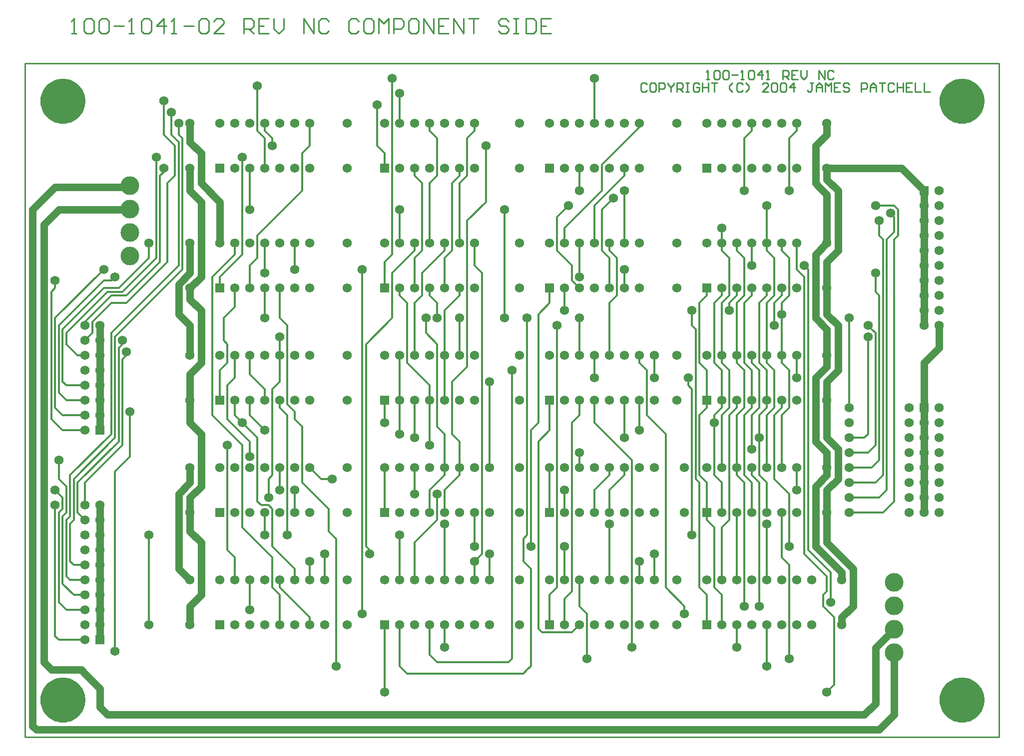
<source format=gtl>
*%FSLAX23Y23*%
*%MOIN*%
G01*
%ADD11C,0.007*%
%ADD12C,0.008*%
%ADD13C,0.010*%
%ADD14C,0.012*%
%ADD15C,0.020*%
%ADD16C,0.036*%
%ADD17C,0.050*%
%ADD18C,0.056*%
%ADD19C,0.062*%
%ADD20C,0.068*%
%ADD21C,0.070*%
%ADD22C,0.090*%
%ADD23C,0.125*%
%ADD24C,0.131*%
%ADD25C,0.140*%
%ADD26C,0.160*%
%ADD27C,0.250*%
%ADD28R,0.062X0.062*%
%ADD29R,0.068X0.068*%
D13*
X6934Y10211D02*
X6967D01*
X6951D01*
Y10311D01*
X6952D01*
X6951D02*
X6934Y10294D01*
X7017D02*
X7034Y10311D01*
X7067D01*
X7084Y10294D01*
Y10228D01*
X7067Y10211D01*
X7034D01*
X7017Y10228D01*
Y10294D01*
X7117D02*
X7134Y10311D01*
X7167D01*
X7184Y10294D01*
Y10228D01*
X7167Y10211D01*
X7134D01*
X7117Y10228D01*
Y10294D01*
X7217Y10261D02*
X7284D01*
X7317Y10211D02*
X7351D01*
X7334D01*
Y10311D01*
X7335D01*
X7334D02*
X7317Y10294D01*
X7401D02*
X7417Y10311D01*
X7450D01*
X7467Y10294D01*
Y10228D01*
X7450Y10211D01*
X7417D01*
X7401Y10228D01*
Y10294D01*
X7550Y10311D02*
Y10211D01*
X7500Y10261D02*
X7550Y10311D01*
X7567Y10261D02*
X7500D01*
X7600Y10211D02*
X7634D01*
X7617D01*
Y10311D01*
X7618D01*
X7617D02*
X7600Y10294D01*
X7684Y10261D02*
X7750D01*
X7784Y10294D02*
X7800Y10311D01*
X7834D01*
X7850Y10294D01*
Y10228D01*
X7834Y10211D01*
X7800D01*
X7784Y10228D01*
Y10294D01*
X7884Y10211D02*
X7950D01*
X7884D02*
X7950Y10278D01*
Y10294D01*
X7934Y10311D01*
X7900D01*
X7884Y10294D01*
X8084Y10311D02*
Y10211D01*
Y10311D02*
X8134D01*
X8150Y10294D01*
Y10261D01*
X8134Y10244D01*
X8084D01*
X8117D02*
X8150Y10211D01*
X8184Y10311D02*
X8250D01*
X8184D02*
Y10211D01*
X8250D01*
X8217Y10261D02*
X8184D01*
X8284Y10244D02*
Y10311D01*
Y10244D02*
X8317Y10211D01*
X8350Y10244D01*
Y10311D01*
X8483D02*
Y10211D01*
X8550D02*
X8483Y10311D01*
X8550D02*
Y10211D01*
X8650Y10294D02*
X8633Y10311D01*
X8600D01*
X8583Y10294D01*
Y10228D01*
X8600Y10211D01*
X8633D01*
X8650Y10228D01*
X8833Y10311D02*
X8850Y10294D01*
X8833Y10311D02*
X8800D01*
X8783Y10294D01*
Y10228D01*
X8800Y10211D01*
X8833D01*
X8850Y10228D01*
X8900Y10311D02*
X8933D01*
X8900D02*
X8883Y10294D01*
Y10228D01*
X8900Y10211D01*
X8933D01*
X8950Y10228D01*
Y10294D01*
X8933Y10311D01*
X8983D02*
Y10211D01*
X9017Y10278D02*
X8983Y10311D01*
X9017Y10278D02*
X9050Y10311D01*
Y10211D01*
X9083D02*
Y10311D01*
X9133D01*
X9150Y10294D01*
Y10261D01*
X9133Y10244D01*
X9083D01*
X9200Y10311D02*
X9233D01*
X9200D02*
X9183Y10294D01*
Y10228D01*
X9200Y10211D01*
X9233D01*
X9250Y10228D01*
Y10294D01*
X9233Y10311D01*
X9283D02*
Y10211D01*
X9350D02*
X9283Y10311D01*
X9350D02*
Y10211D01*
X9383Y10311D02*
X9450D01*
X9383D02*
Y10211D01*
X9450D01*
X9417Y10261D02*
X9383D01*
X9483Y10211D02*
Y10311D01*
X9550Y10211D01*
Y10311D01*
X9583D02*
X9650D01*
X9616D01*
Y10211D01*
X9833Y10311D02*
X9850Y10294D01*
X9833Y10311D02*
X9800D01*
X9783Y10294D01*
Y10278D01*
X9800Y10261D01*
X9833D01*
X9850Y10244D01*
Y10228D01*
X9833Y10211D01*
X9800D01*
X9783Y10228D01*
X9883Y10311D02*
X9916D01*
X9900D01*
Y10211D01*
X9883D01*
X9916D01*
X9966D02*
Y10311D01*
Y10211D02*
X10016D01*
X10033Y10228D01*
Y10294D01*
X10016Y10311D01*
X9966D01*
X10066D02*
X10133D01*
X10066D02*
Y10211D01*
X10133D01*
X10100Y10261D02*
X10066D01*
X10764Y9881D02*
X10774Y9871D01*
X10764Y9881D02*
X10744D01*
X10734Y9871D01*
Y9831D01*
X10744Y9821D01*
X10764D01*
X10774Y9831D01*
X10804Y9881D02*
X10824D01*
X10804D02*
X10794Y9871D01*
Y9831D01*
X10804Y9821D01*
X10824D01*
X10834Y9831D01*
Y9871D01*
X10824Y9881D01*
X10854D02*
Y9821D01*
Y9881D02*
X10884D01*
X10894Y9871D01*
Y9851D01*
X10884Y9841D01*
X10854D01*
X10914Y9871D02*
Y9881D01*
Y9871D02*
X10934Y9851D01*
X10954Y9871D01*
Y9881D01*
X10934Y9851D02*
Y9821D01*
X10974D02*
Y9881D01*
X11004D01*
X11014Y9871D01*
Y9851D01*
X11004Y9841D01*
X10974D01*
X10994D02*
X11014Y9821D01*
X11034Y9881D02*
X11054D01*
X11044D01*
Y9821D01*
X11034D01*
X11054D01*
X11114Y9881D02*
X11124Y9871D01*
X11114Y9881D02*
X11094D01*
X11084Y9871D01*
Y9831D01*
X11094Y9821D01*
X11114D01*
X11124Y9831D01*
Y9851D01*
X11104D01*
X11144Y9881D02*
Y9821D01*
Y9851D01*
X11184D01*
Y9881D01*
Y9821D01*
X11204Y9881D02*
X11244D01*
X11224D01*
Y9821D01*
X11324Y9841D02*
X11344Y9821D01*
X11324Y9841D02*
Y9861D01*
X11344Y9881D01*
X11404D02*
X11414Y9871D01*
X11404Y9881D02*
X11384D01*
X11374Y9871D01*
Y9831D01*
X11384Y9821D01*
X11404D01*
X11414Y9831D01*
X11434Y9821D02*
X11454Y9841D01*
Y9861D01*
X11434Y9881D01*
X11544Y9821D02*
X11584D01*
X11544D02*
X11584Y9861D01*
Y9871D01*
X11574Y9881D01*
X11554D01*
X11544Y9871D01*
X11604D02*
X11614Y9881D01*
X11634D01*
X11644Y9871D01*
Y9831D01*
X11634Y9821D01*
X11614D01*
X11604Y9831D01*
Y9871D01*
X11664D02*
X11674Y9881D01*
X11694D01*
X11704Y9871D01*
Y9831D01*
X11694Y9821D01*
X11674D01*
X11664Y9831D01*
Y9871D01*
X11754Y9881D02*
Y9821D01*
X11724Y9851D02*
X11754Y9881D01*
X11764Y9851D02*
X11724D01*
X11864Y9881D02*
X11884D01*
X11874D02*
X11864D01*
X11874D02*
Y9831D01*
X11864Y9821D01*
X11854D01*
X11844Y9831D01*
X11904Y9821D02*
Y9861D01*
X11924Y9881D01*
X11944Y9861D01*
Y9821D01*
Y9851D01*
X11904D01*
X11964Y9821D02*
Y9881D01*
X11984Y9861D01*
X12004Y9881D01*
Y9821D01*
X12024Y9881D02*
X12064D01*
X12024D02*
Y9821D01*
X12064D01*
X12044Y9851D02*
X12024D01*
X12114Y9881D02*
X12124Y9871D01*
X12114Y9881D02*
X12094D01*
X12084Y9871D01*
Y9861D01*
X12094Y9851D01*
X12114D01*
X12124Y9841D01*
Y9831D01*
X12114Y9821D01*
X12094D01*
X12084Y9831D01*
X12204Y9821D02*
Y9881D01*
X12234D01*
X12244Y9871D01*
Y9851D01*
X12234Y9841D01*
X12204D01*
X12264Y9821D02*
Y9861D01*
X12283Y9881D01*
X12303Y9861D01*
Y9821D01*
Y9851D01*
X12264D01*
X12323Y9881D02*
X12363D01*
X12343D01*
Y9821D01*
X12413Y9881D02*
X12423Y9871D01*
X12413Y9881D02*
X12393D01*
X12383Y9871D01*
Y9831D01*
X12393Y9821D01*
X12413D01*
X12423Y9831D01*
X12443Y9821D02*
Y9881D01*
Y9851D02*
Y9821D01*
Y9851D02*
X12483D01*
Y9881D01*
Y9821D01*
X12503Y9881D02*
X12543D01*
X12503D02*
Y9821D01*
X12543D01*
X12523Y9851D02*
X12503D01*
X12563Y9881D02*
Y9821D01*
X12603D01*
X12623D02*
Y9881D01*
Y9821D02*
X12663D01*
X11189Y9906D02*
X11169D01*
X11179D02*
X11189D01*
X11179D02*
Y9966D01*
X11180D01*
X11179D02*
X11169Y9956D01*
X11219D02*
X11229Y9966D01*
X11249D01*
X11259Y9956D01*
Y9916D01*
X11249Y9906D01*
X11229D01*
X11219Y9916D01*
Y9956D01*
X11279D02*
X11289Y9966D01*
X11309D01*
X11319Y9956D01*
Y9916D01*
X11309Y9906D01*
X11289D01*
X11279Y9916D01*
Y9956D01*
X11339Y9936D02*
X11379D01*
X11399Y9906D02*
X11419D01*
X11409D01*
Y9966D01*
X11410D01*
X11409D02*
X11399Y9956D01*
X11449D02*
X11459Y9966D01*
X11479D01*
X11489Y9956D01*
Y9916D01*
X11479Y9906D01*
X11459D01*
X11449Y9916D01*
Y9956D01*
X11539Y9966D02*
Y9906D01*
X11509Y9936D02*
X11539Y9966D01*
X11549Y9936D02*
X11509D01*
X11569Y9906D02*
X11589D01*
X11579D01*
Y9966D01*
X11580D01*
X11579D02*
X11569Y9956D01*
X11679Y9966D02*
Y9906D01*
Y9966D02*
X11709D01*
X11719Y9956D01*
Y9936D01*
X11709Y9926D01*
X11679D01*
X11699D02*
X11719Y9906D01*
X11739Y9966D02*
X11779D01*
X11739D02*
Y9906D01*
X11779D01*
X11759Y9936D02*
X11739D01*
X11799Y9926D02*
Y9966D01*
Y9926D02*
X11819Y9906D01*
X11839Y9926D01*
Y9966D01*
X11919D02*
Y9906D01*
X11959D02*
X11919Y9966D01*
X11959D02*
Y9906D01*
X12019Y9956D02*
X12009Y9966D01*
X11989D01*
X11979Y9956D01*
Y9916D01*
X11989Y9906D01*
X12009D01*
X12019Y9916D01*
X6624Y10011D02*
Y5511D01*
X13124D02*
Y10011D01*
X6624D01*
Y5511D02*
X13124D01*
D14*
X8524Y6311D02*
X8324Y6511D01*
X8124Y7486D02*
X7974Y7636D01*
X7874Y7661D02*
X8074Y7461D01*
X8474Y7211D02*
X8649Y7036D01*
X11824Y6736D02*
X11974Y6586D01*
X10674Y7361D02*
X10424Y7611D01*
X8174Y7511D02*
X8024Y7661D01*
X8274Y6786D02*
X8424Y6636D01*
X8274Y6711D02*
X8074Y6911D01*
X10774Y7661D02*
X10899Y7536D01*
Y6511D02*
X11024Y6386D01*
X11849Y6761D02*
X11999Y6611D01*
X9324Y7861D02*
X9174Y8011D01*
X7149Y8636D02*
X6824Y8311D01*
X8174Y8861D02*
X8474Y9161D01*
X9574Y8961D02*
X9699Y9086D01*
X9374Y6961D02*
X9224Y6811D01*
X8899Y8136D02*
X9074Y8311D01*
Y8611D02*
X9224Y8761D01*
X8074Y8736D02*
X7924Y8586D01*
X7874D02*
X8024Y8736D01*
X7574Y8686D02*
X7299Y8411D01*
X7199D02*
X7074Y8286D01*
X7299Y8461D02*
X7524Y8686D01*
X7199Y8461D02*
X7024Y8286D01*
X7274Y8486D02*
X7499Y8711D01*
X7174Y8486D02*
X6899Y8211D01*
X7249Y8511D02*
X7449Y8711D01*
X7149Y8511D02*
X6874Y8236D01*
X6849Y8261D02*
X7149Y8561D01*
X7199Y8211D02*
X7649Y8661D01*
X7674Y8636D02*
X7224Y8186D01*
X7274Y7461D02*
X7024Y7211D01*
X6974D02*
X7249Y7486D01*
X7224Y7511D02*
X6949Y7236D01*
X6924Y7261D02*
X7199Y7536D01*
X9274Y8611D02*
X9424Y8761D01*
X10474Y9336D02*
X10724Y9586D01*
X10474Y9161D02*
X10224Y8911D01*
X10424Y9061D02*
X10624Y9261D01*
X6824Y8311D02*
Y7711D01*
X6899Y8136D02*
Y8211D01*
X6874Y8236D02*
Y7886D01*
X6849Y7811D02*
Y8261D01*
X6824Y8511D02*
Y8561D01*
X6799Y8486D02*
Y7636D01*
X6974Y7211D02*
Y7011D01*
X6949Y6961D02*
Y7236D01*
X6924Y7261D02*
Y6986D01*
X6899Y7011D02*
Y7186D01*
X6849Y7236D02*
Y7361D01*
X6874Y7111D02*
Y7036D01*
X6924Y6936D02*
Y6686D01*
X6899Y6586D02*
Y6961D01*
X6874Y6986D02*
Y6536D01*
X6849Y6411D02*
Y7011D01*
X6824Y7061D02*
Y6186D01*
X6974Y8061D02*
X6899Y8136D01*
X6874Y7886D02*
X6899Y7861D01*
X6849Y7811D02*
X6899Y7761D01*
X6824Y7711D02*
X6874Y7661D01*
X6799Y7636D02*
X6874Y7561D01*
X6974Y7011D02*
X7024Y6961D01*
X6899Y7186D02*
X6849Y7236D01*
X6824Y7161D02*
X6874Y7111D01*
X6924Y6686D02*
X6949Y6661D01*
X6899Y6586D02*
X6924Y6561D01*
X6874Y6536D02*
X6949Y6461D01*
X6849Y6411D02*
X6899Y6361D01*
X6824Y6186D02*
X6849Y6161D01*
X6799Y8486D02*
X6824Y8511D01*
X6949Y6961D02*
X6924Y6936D01*
X6899Y6961D02*
X6924Y6986D01*
X6899Y7011D02*
X6874Y6986D01*
X6849Y7011D02*
X6874Y7036D01*
X9374Y6011D02*
X9849D01*
X9949Y5936D02*
X9174D01*
X7074Y8211D02*
Y8286D01*
X7024D02*
Y8261D01*
Y7211D02*
Y7061D01*
Y8161D02*
X7074Y8211D01*
X10074Y6211D02*
X10274D01*
X7024Y6161D02*
X6849D01*
X7324Y7386D02*
Y7686D01*
X7224Y7286D02*
Y6086D01*
X7199Y7536D02*
Y8211D01*
X7224Y8186D02*
Y7511D01*
X7299Y8061D02*
Y8086D01*
X7274Y8036D02*
Y7461D01*
Y8136D02*
Y8161D01*
X7249Y8111D02*
Y7486D01*
X7324Y7386D02*
X7224Y7286D01*
X7199Y8561D02*
X7224Y8586D01*
X7299Y8061D02*
X7274Y8036D01*
X7249Y8111D02*
X7274Y8136D01*
X7024Y6461D02*
X6949D01*
X6899Y6361D02*
X7024D01*
X7549Y9536D02*
Y9761D01*
Y9311D02*
Y9286D01*
X7524Y9261D02*
Y8686D01*
X7499Y8711D02*
Y9386D01*
X7449Y8811D02*
Y8711D01*
Y6861D02*
Y6261D01*
X7574Y8686D02*
Y9211D01*
X7624Y9461D02*
X7549Y9536D01*
Y9286D02*
X7524Y9261D01*
X7574Y9211D02*
X7624Y9261D01*
X7024Y6661D02*
X6949D01*
X6924Y6561D02*
X7024D01*
X7624Y9261D02*
Y9461D01*
X7599Y9536D02*
Y9686D01*
X7649Y9486D02*
Y8661D01*
X7674Y8636D02*
Y9511D01*
X7649Y9536D02*
Y9611D01*
X7599Y9536D02*
X7649Y9486D01*
X7674Y9511D02*
X7649Y9536D01*
X7874Y8586D02*
Y7661D01*
X7924Y7761D02*
Y7961D01*
X7949Y8161D02*
Y8311D01*
X7924Y8511D02*
Y8586D01*
X7949Y8161D02*
X7974Y8136D01*
Y8011D02*
X7924Y7961D01*
X7949Y8311D02*
X8024Y8386D01*
X12124Y7011D02*
X12349D01*
X8124Y7936D02*
Y8061D01*
X7974Y7861D02*
Y7636D01*
X8124Y7486D02*
Y7386D01*
X8074Y7461D02*
Y6911D01*
X8024Y7911D02*
Y8061D01*
X7974Y7461D02*
Y6761D01*
X8074Y9136D02*
Y9386D01*
X8124Y8661D02*
Y8511D01*
X8024Y6711D02*
Y6561D01*
X8124Y9036D02*
Y9311D01*
Y7761D02*
Y7661D01*
X8024Y8386D02*
Y8511D01*
X7974Y8136D02*
Y8011D01*
X8074Y8736D02*
Y9136D01*
X8024Y8811D02*
Y8736D01*
X8124Y6561D02*
Y6361D01*
X8024Y7661D02*
Y7761D01*
X8124Y7936D02*
X8224Y7836D01*
X7974Y6761D02*
X8024Y6711D01*
X8224Y7561D02*
X8124Y7661D01*
X8074Y7611D02*
X8024Y7661D01*
X7974Y7861D02*
X8024Y7911D01*
X8124Y8661D02*
X8174Y8711D01*
X8199Y7061D02*
X8249D01*
X8599Y7236D02*
X8674D01*
X12124Y7111D02*
X12324D01*
X12299Y7211D02*
X12124D01*
X8324Y6561D02*
Y6511D01*
X8224Y7761D02*
Y7836D01*
X8174Y8711D02*
Y8861D01*
Y7136D02*
Y7086D01*
X8249Y7111D02*
Y7236D01*
X8174Y7136D02*
Y7511D01*
X8274Y7036D02*
Y6786D01*
X8324Y7886D02*
Y8061D01*
Y8186D01*
X8274Y7836D02*
Y7261D01*
X8224Y9561D02*
Y9611D01*
X8274Y9511D02*
Y9461D01*
X8224Y8511D02*
Y8311D01*
X8324D02*
Y8511D01*
X8274Y6711D02*
Y6511D01*
X8324Y6461D02*
Y6261D01*
X8224Y8611D02*
Y8811D01*
X8324Y7761D02*
Y7711D01*
X8224Y7011D02*
Y6861D01*
X8324Y7161D02*
Y7311D01*
X8224Y9311D02*
Y9511D01*
X8174Y9561D02*
Y9861D01*
Y7086D02*
X8199Y7061D01*
X8249D02*
X8274Y7036D01*
Y9511D02*
X8224Y9561D01*
X8324Y8311D02*
X8374Y8261D01*
X8274Y6511D02*
X8324Y6461D01*
X8374Y7661D02*
X8324Y7711D01*
X8224Y9511D02*
X8174Y9561D01*
X8324Y7886D02*
X8274Y7836D01*
Y7261D02*
X8249Y7236D01*
X12124Y7411D02*
X12249D01*
X12274Y7311D02*
X12124D01*
X8524Y6311D02*
Y6261D01*
Y9461D02*
Y9611D01*
X8474Y9411D02*
Y9161D01*
X8374Y8261D02*
Y7736D01*
X8424Y7686D02*
Y7636D01*
X8474Y7586D02*
Y7211D01*
X8424Y6636D02*
Y6561D01*
X8374Y6861D02*
Y7661D01*
X8424Y7161D02*
Y7011D01*
X8524Y6686D02*
Y6561D01*
X8424Y8636D02*
Y8811D01*
X8374Y7736D02*
X8424Y7686D01*
Y7636D02*
X8474Y7586D01*
X8524Y7311D02*
X8599Y7236D01*
X8474Y9411D02*
X8524Y9461D01*
X7024Y7561D02*
X6874D01*
X12124Y7511D02*
X12224D01*
X8649Y7036D02*
Y6886D01*
X8699Y6836D02*
Y5986D01*
X8624Y6561D02*
Y6736D01*
X8699Y6836D02*
X8649Y6886D01*
X7024Y7761D02*
X6899D01*
X6874Y7661D02*
X7024D01*
X8874Y8636D02*
Y6336D01*
X8924Y6736D02*
Y6761D01*
X8899Y6786D02*
Y8136D01*
Y6786D02*
X8924Y6761D01*
X7024Y7861D02*
X6899D01*
X9024Y7311D02*
Y7011D01*
X9124Y6261D02*
Y5986D01*
Y6561D02*
Y6861D01*
X9024Y6261D02*
Y5811D01*
X9074Y8311D02*
Y8611D01*
X9124Y8811D02*
Y9036D01*
Y7761D02*
Y7536D01*
Y7761D02*
Y8061D01*
X9024Y7761D02*
Y7611D01*
Y8511D02*
Y8686D01*
X9074Y8736D02*
Y9911D01*
X9124Y8511D02*
Y8461D01*
Y9611D02*
Y9811D01*
X9024Y9411D02*
Y9311D01*
X8974Y9461D02*
Y9736D01*
X9124Y5986D02*
X9174Y5936D01*
Y8411D02*
X9124Y8461D01*
X9024Y9411D02*
X8974Y9461D01*
X9074Y8736D02*
X9024Y8686D01*
X7024Y8061D02*
X6974D01*
X9324Y6261D02*
Y6061D01*
X9299Y8211D02*
Y8311D01*
X9224Y6811D02*
Y6561D01*
Y8761D02*
Y8811D01*
X9274Y8761D02*
Y9211D01*
X9324Y7761D02*
Y7461D01*
Y7761D02*
Y7861D01*
X9224Y7761D02*
Y7511D01*
Y7311D02*
Y7136D01*
Y8061D02*
Y8411D01*
X9274Y8461D02*
Y8611D01*
X9324Y7161D02*
Y7011D01*
X9174Y8011D02*
Y8411D01*
X9324Y8461D02*
Y8511D01*
X9224Y9261D02*
Y9311D01*
Y8711D02*
Y8511D01*
X9324Y9561D02*
Y9611D01*
Y9211D02*
Y8811D01*
Y6061D02*
X9374Y6011D01*
Y8136D02*
X9299Y8211D01*
X9274Y9211D02*
X9224Y9261D01*
X9324Y8461D02*
X9374Y8411D01*
Y9511D02*
X9324Y9561D01*
X9274Y8761D02*
X9224Y8711D01*
X9274Y8461D02*
X9224Y8411D01*
X9424Y7261D02*
X9324Y7161D01*
Y9211D02*
X9374Y9261D01*
X7299Y8411D02*
X7199D01*
X9424Y6936D02*
Y6561D01*
Y6261D02*
Y6111D01*
X9524Y7311D02*
Y7486D01*
Y7311D02*
Y7261D01*
X9474Y7536D02*
Y7886D01*
X9424Y7536D02*
Y7311D01*
Y7261D01*
X9374Y7586D02*
Y8136D01*
Y7136D02*
Y6961D01*
X9524Y8461D02*
Y8511D01*
X9424Y8361D02*
Y8061D01*
Y7761D01*
Y8761D02*
Y8811D01*
Y7161D02*
Y7011D01*
X9374Y8311D02*
Y8411D01*
X9524Y9261D02*
Y9311D01*
X9424Y8711D02*
Y8511D01*
X9474Y8761D02*
Y9211D01*
X9524D02*
Y8811D01*
X9374Y9261D02*
Y9511D01*
X9524Y8311D02*
Y8061D01*
X9474Y7536D02*
X9524Y7486D01*
X9424Y7536D02*
X9374Y7586D01*
X9474Y7886D02*
X9574Y7986D01*
X9424Y8361D02*
X9524Y8461D01*
Y7261D02*
X9424Y7161D01*
Y8711D02*
X9474Y8761D01*
Y9211D02*
X9524Y9261D01*
Y9211D02*
X9574Y9261D01*
X7299Y8461D02*
X7199D01*
X7174Y8486D02*
X7274D01*
X7249Y8511D02*
X7224D01*
X7149D01*
Y8561D02*
X7199D01*
X9724Y7661D02*
Y7311D01*
Y7661D02*
Y7886D01*
X9574Y7986D02*
Y8961D01*
X9699Y9086D02*
Y9461D01*
X9624Y8811D02*
Y8661D01*
X9674Y8611D02*
Y6736D01*
X9624Y9561D02*
Y9611D01*
X9574Y9511D02*
Y9261D01*
X9724Y6736D02*
Y6561D01*
X9624D02*
Y6686D01*
Y6786D02*
Y7011D01*
X9674Y8611D02*
X9624Y8661D01*
X9674Y6736D02*
X9624Y6686D01*
X9574Y9511D02*
X9624Y9561D01*
X9824Y9036D02*
Y8311D01*
X9874Y7961D02*
Y6036D01*
X9849Y6011D01*
X9974Y6861D02*
Y8311D01*
X9949Y6836D02*
Y6686D01*
X9999Y6636D02*
Y5986D01*
Y6786D02*
Y7561D01*
X10049Y7611D02*
Y8336D01*
Y7486D02*
Y6236D01*
X10124Y7011D02*
Y7311D01*
Y8411D02*
Y8511D01*
Y6461D02*
Y6261D01*
Y7561D02*
Y7761D01*
X9949Y6686D02*
X9999Y6636D01*
X10049Y6236D02*
X10074Y6211D01*
X9949Y6836D02*
X9974Y6861D01*
X9999Y5986D02*
X9974Y5961D01*
X9949Y5936D01*
X9999Y7561D02*
X10049Y7611D01*
Y8336D02*
X10124Y8411D01*
Y7561D02*
X10049Y7486D01*
X10174Y6511D02*
X10124Y6461D01*
X12299Y9061D02*
X12424D01*
X10224Y6786D02*
Y6561D01*
X10174Y6511D02*
Y8261D01*
X10224Y6436D02*
Y6261D01*
X10274Y6486D02*
Y7611D01*
X10224Y7161D02*
Y7011D01*
Y8361D02*
Y8511D01*
X10274Y8561D02*
Y8661D01*
X10174Y8761D02*
Y8986D01*
X10224Y8911D02*
Y8811D01*
X10274Y8561D02*
X10324Y8511D01*
X10274Y8661D02*
X10174Y8761D01*
X10324Y6261D02*
X10274Y6211D01*
X10224Y6436D02*
X10274Y6486D01*
Y7611D02*
X10324Y7661D01*
X10174Y8986D02*
X10249Y9061D01*
X10424Y8061D02*
Y7911D01*
X10324Y6561D02*
Y6386D01*
X10374Y6336D02*
Y6036D01*
X10424Y7611D02*
Y7761D01*
X10324D02*
Y7661D01*
Y7411D02*
Y7311D01*
X10474Y8761D02*
Y9036D01*
X10424Y9611D02*
Y9911D01*
X10474Y9336D02*
Y9161D01*
X10324D02*
Y9311D01*
X10424Y9061D02*
Y8811D01*
X10324D02*
Y8586D01*
X10424Y7161D02*
Y7011D01*
X10324Y8061D02*
Y8311D01*
Y6386D02*
X10374Y6336D01*
X10524Y8711D02*
X10474Y8761D01*
Y9036D02*
X10549Y9111D01*
X10524Y7261D02*
X10424Y7161D01*
X10524Y6936D02*
Y6561D01*
X10674Y6111D02*
Y7361D01*
X10624Y7511D02*
Y7761D01*
X10524Y8511D02*
Y8711D01*
X10624Y8811D02*
Y9161D01*
Y9261D02*
Y9311D01*
Y8636D02*
Y8511D01*
X10524Y8761D02*
Y8811D01*
Y8411D02*
Y8061D01*
X10574Y8461D02*
Y8711D01*
X10524Y7311D02*
Y7261D01*
X10624D02*
Y7311D01*
X10524Y7161D02*
Y7011D01*
X10574Y8711D02*
X10524Y8761D01*
X10574Y8461D02*
X10524Y8411D01*
X10624Y7261D02*
X10524Y7161D01*
X10724Y7561D02*
Y7761D01*
Y8011D02*
Y8061D01*
X10774Y7961D02*
Y7661D01*
X10824Y7911D02*
Y8061D01*
X10724Y9586D02*
Y9611D01*
X10899Y7536D02*
Y6511D01*
X10824Y6561D02*
Y6736D01*
X10724Y6686D02*
Y6561D01*
X10774Y7961D02*
X10724Y8011D01*
X11074Y7836D02*
Y6861D01*
X11049Y7861D02*
Y7911D01*
X11024Y6386D02*
Y6336D01*
X11074Y8261D02*
Y8361D01*
X11099Y8236D02*
Y7236D01*
X11074Y7836D02*
X11049Y7861D01*
X11099Y8236D02*
X11074Y8261D01*
X11099Y7236D02*
X11124Y7211D01*
X11274Y7761D02*
Y7961D01*
X11224Y7661D02*
Y7611D01*
X11274Y8811D02*
Y8911D01*
Y8811D02*
Y8761D01*
X11124Y7211D02*
Y6511D01*
X11174Y6461D02*
Y6261D01*
X11274Y6561D02*
Y6911D01*
Y6461D02*
Y6261D01*
X11174Y6961D02*
Y7011D01*
Y7211D01*
X11224Y6911D02*
Y6511D01*
Y8011D02*
Y8411D01*
X11274Y8461D02*
Y8511D01*
X11224Y7661D02*
Y7261D01*
X11274Y7211D02*
Y7011D01*
X11124Y7261D02*
Y7661D01*
X11274D02*
Y7311D01*
Y8061D02*
Y8411D01*
Y8061D02*
Y8011D01*
X11124D02*
Y8411D01*
X11174Y8461D02*
Y8511D01*
Y7761D02*
Y7711D01*
Y7761D02*
Y7961D01*
X11274Y7761D02*
Y7711D01*
X11124Y6511D02*
X11174Y6461D01*
X11224Y6911D02*
X11174Y6961D01*
X11224Y6511D02*
X11274Y6461D01*
X11324Y8711D02*
X11274Y8761D01*
X11224Y8011D02*
X11274Y7961D01*
X11224Y7261D02*
X11274Y7211D01*
X11174D02*
X11124Y7261D01*
X11324Y7961D02*
X11274Y8011D01*
X11174Y7961D02*
X11124Y8011D01*
X11324Y6961D02*
X11274Y6911D01*
Y8411D02*
X11324Y8461D01*
X11274D02*
X11224Y8411D01*
X11174Y7711D02*
X11124Y7661D01*
X11274D02*
X11324Y7711D01*
X11124Y8411D02*
X11174Y8461D01*
X11274Y7711D02*
X11224Y7661D01*
X11474Y8011D02*
Y8061D01*
Y7661D02*
Y7436D01*
X11374Y6261D02*
Y6111D01*
X11474Y7261D02*
Y7311D01*
X11374D02*
Y7261D01*
Y7311D02*
Y7661D01*
X11424Y7211D02*
Y6386D01*
X11474Y8661D02*
Y8811D01*
Y9561D02*
Y9611D01*
X11424Y9511D02*
Y9161D01*
X11374Y8511D02*
Y8461D01*
X11324Y8411D02*
Y8361D01*
X11374Y7761D02*
Y7711D01*
X11324Y7661D02*
Y6961D01*
X11424Y8461D02*
Y8711D01*
X11374Y8761D02*
Y8811D01*
X11424Y8411D02*
Y8011D01*
X11474Y8461D02*
Y8511D01*
X11324Y8461D02*
Y8711D01*
X11424Y7661D02*
Y7261D01*
X11474Y7761D02*
Y7961D01*
Y7761D02*
Y7711D01*
Y7211D02*
Y7011D01*
X11324Y7711D02*
Y7961D01*
X11424D02*
Y7711D01*
X11374Y8061D02*
Y8411D01*
Y8061D02*
Y8011D01*
Y7011D02*
Y6561D01*
X11524Y7961D02*
X11474Y8011D01*
Y7261D02*
X11524Y7211D01*
X11424D02*
X11374Y7261D01*
X11424Y8711D02*
X11374Y8761D01*
X11424Y8011D02*
X11474Y7961D01*
X11424Y7261D02*
X11474Y7211D01*
X11424Y7961D02*
X11374Y8011D01*
X11524Y7711D02*
X11474Y7661D01*
X11424Y9511D02*
X11474Y9561D01*
X11374Y8461D02*
X11324Y8411D01*
X11374Y7711D02*
X11324Y7661D01*
X11374Y8411D02*
X11424Y8461D01*
Y8411D02*
X11474Y8461D01*
Y7711D02*
X11424Y7661D01*
X11374D02*
X11424Y7711D01*
X11574Y6936D02*
Y6561D01*
Y8811D02*
Y9061D01*
Y8811D02*
Y8761D01*
X11524Y7961D02*
Y7711D01*
X11674Y8061D02*
Y8336D01*
Y8411D02*
Y8061D01*
Y8011D01*
X11574Y6261D02*
Y5986D01*
X11674Y6711D02*
Y7011D01*
Y7711D02*
Y7761D01*
X11624Y7661D02*
Y7236D01*
X11674Y8461D02*
Y8511D01*
X11624Y8411D02*
Y8261D01*
X11574Y7961D02*
Y7761D01*
X11524Y7661D02*
Y7511D01*
Y7211D02*
Y6386D01*
X11674Y8761D02*
Y8811D01*
Y7661D02*
Y7311D01*
X11624Y8461D02*
Y8711D01*
X11524Y8411D02*
Y8011D01*
X11574Y8461D02*
Y8511D01*
X11524Y7661D02*
Y7261D01*
X11574Y7211D02*
Y7011D01*
X11624Y7711D02*
Y7961D01*
X11574Y8061D02*
Y8411D01*
Y8061D02*
Y8011D01*
Y7661D02*
Y7311D01*
Y7711D02*
Y7761D01*
X11674Y6711D02*
X11724Y6661D01*
Y7136D02*
X11624Y7236D01*
X11724Y8711D02*
X11674Y8761D01*
Y8011D02*
X11724Y7961D01*
X11624Y8711D02*
X11574Y8761D01*
X11524Y8011D02*
X11574Y7961D01*
X11524Y7261D02*
X11574Y7211D01*
X11624Y7961D02*
X11574Y8011D01*
X11674Y7711D02*
X11624Y7661D01*
Y8411D02*
X11674Y8461D01*
Y8411D02*
X11724Y8461D01*
Y7711D02*
X11674Y7661D01*
X11574Y8411D02*
X11624Y8461D01*
X11574D02*
X11524Y8411D01*
X11624Y7711D02*
X11574Y7661D01*
X11524D02*
X11574Y7711D01*
X11724Y6661D02*
Y6036D01*
X11774Y7161D02*
Y7311D01*
Y7911D02*
Y8061D01*
X11724Y7136D02*
Y6786D01*
X11774Y8636D02*
Y8811D01*
X11824Y8586D02*
Y6736D01*
X11849Y6761D02*
Y8636D01*
X11774Y9561D02*
Y9611D01*
X11724Y9511D02*
Y9161D01*
Y8711D02*
Y8461D01*
Y7961D02*
Y7711D01*
X11824Y8586D02*
X11774Y8636D01*
X11824Y8661D02*
X11849Y8636D01*
X11724Y9511D02*
X11774Y9561D01*
X11974Y6586D02*
Y6486D01*
X11949Y6461D02*
Y6386D01*
X12024Y6311D02*
Y5861D01*
X11999Y6411D02*
Y6611D01*
X11949Y6386D02*
X12024Y6311D01*
X11949Y6461D02*
X11974Y6486D01*
X12024Y5861D02*
X11974Y5811D01*
X12249Y7536D02*
Y8186D01*
X12124Y8311D02*
Y7711D01*
X12274Y8236D02*
X12249Y8261D01*
X12274Y8236D02*
X12299Y8211D01*
X12249Y7536D02*
X12224Y7511D01*
X12299Y7461D02*
X12249Y7411D01*
X12324Y7361D02*
X12274Y7311D01*
X12349Y7261D02*
Y8836D01*
X12324Y8861D02*
Y8961D01*
X12299Y8211D02*
Y7461D01*
X12324Y7361D02*
Y8461D01*
X12299Y8486D02*
Y8611D01*
X12374Y8836D02*
Y7161D01*
X12424Y7086D02*
Y8836D01*
X12449Y8861D02*
Y9036D01*
X12424Y8986D02*
Y8886D01*
X12349Y8836D02*
X12324Y8861D01*
X12299Y8486D02*
X12324Y8461D01*
X12449Y9036D02*
X12424Y9061D01*
X12399Y9011D02*
X12424Y8986D01*
X12374Y7161D02*
X12324Y7111D01*
X12299Y7211D02*
X12349Y7261D01*
X12424Y7086D02*
X12349Y7011D01*
X12424Y8836D02*
X12449Y8861D01*
X12424Y8886D02*
X12374Y8836D01*
D17*
X7349Y9186D02*
X7324Y9195D01*
X7649Y8336D02*
X7724Y8261D01*
X7924Y9086D02*
X7799Y9211D01*
Y9411D02*
X7724Y9486D01*
Y9161D02*
X7799Y9086D01*
X7724Y8436D02*
X7799Y8361D01*
X7724Y7611D02*
X7799Y7536D01*
X7649Y6636D02*
X7724Y6561D01*
X7799Y6811D02*
X7724Y6886D01*
X12474Y9311D02*
X12624Y9161D01*
X12049D02*
X11974Y9236D01*
X11924Y9186D02*
X11899Y9211D01*
X11924Y9186D02*
X11974Y9136D01*
X11899Y7486D02*
X11974Y7411D01*
X11899Y6786D02*
X12074Y6611D01*
X12149Y6636D02*
X11974Y6811D01*
X12049Y7436D02*
X11974Y7511D01*
X12049Y8261D02*
X11974Y8336D01*
X11899Y8311D02*
X11974Y8236D01*
X6799Y5961D02*
X6749Y6011D01*
X6999Y5961D02*
X7024Y5936D01*
X7124Y5836D01*
Y5711D02*
X7174Y5661D01*
X6699Y5561D02*
X6674Y5586D01*
X7649Y8536D02*
X7724Y8611D01*
X7799Y8586D02*
X7724Y8511D01*
X7799Y8011D02*
X7724Y7936D01*
X7799Y7186D02*
X7724Y7111D01*
X7649Y7136D02*
X7724Y7211D01*
X7799Y6461D02*
X7724Y6386D01*
X12624Y8011D02*
X12724Y8111D01*
X12049Y8761D02*
X11974Y8686D01*
X11899Y9461D02*
X11974Y9536D01*
Y7986D02*
X11899Y7911D01*
X11974Y7261D02*
X11899Y7186D01*
X12149Y6386D02*
X12074Y6311D01*
X11974Y7161D02*
X12049Y7236D01*
X11974Y7886D02*
X12049Y7961D01*
X11899Y8736D02*
X11974Y8811D01*
X12424Y6233D02*
X12299Y6108D01*
X6849Y9036D02*
X6749Y8936D01*
X12224Y5661D02*
X12299Y5736D01*
X6824Y9186D02*
X6674Y9036D01*
X12324Y5561D02*
X12424Y5661D01*
X12224D02*
X7174D01*
X6699Y5561D02*
X12324D01*
X6749Y6011D02*
Y8936D01*
X6674Y9036D02*
Y5586D01*
X6799Y5961D02*
X6999D01*
X7124Y5836D02*
Y5711D01*
Y6161D02*
Y6261D01*
Y6361D01*
Y6461D01*
Y6561D01*
Y6661D01*
Y6761D01*
Y6861D01*
Y6961D02*
Y7061D01*
Y6961D02*
Y6861D01*
Y7561D02*
Y7661D01*
Y7761D01*
Y7861D01*
Y7961D01*
Y8061D01*
Y8161D01*
Y8261D01*
X7324Y9036D02*
Y9039D01*
X7724Y8811D02*
Y8611D01*
Y8261D02*
Y8061D01*
X7649Y8336D02*
Y8536D01*
X7724Y9486D02*
Y9611D01*
Y8511D02*
Y8436D01*
Y9161D02*
Y9311D01*
Y7936D02*
Y7761D01*
Y7611D01*
Y7111D02*
Y7011D01*
Y6886D01*
Y7211D02*
Y7311D01*
X7649Y7136D02*
Y6636D01*
X7724Y6386D02*
Y6261D01*
X7924Y8811D02*
Y9086D01*
X7799Y9211D02*
Y9411D01*
Y9086D02*
Y8586D01*
Y8361D02*
Y8011D01*
Y7536D02*
Y7186D01*
Y6811D02*
Y6461D01*
X7324Y9036D02*
X6849D01*
X6824Y9186D02*
X7349D01*
X11974Y9311D02*
X12474D01*
X11974D02*
Y9236D01*
Y8686D02*
Y8511D01*
X12049Y8761D02*
Y9161D01*
X11974Y9536D02*
Y9611D01*
X11899Y9461D02*
Y9211D01*
X11974Y9136D02*
Y8811D01*
Y8061D02*
Y7986D01*
X11899Y7911D02*
Y7486D01*
X11974Y7411D02*
Y7311D01*
Y7261D01*
X11899Y7186D02*
Y6786D01*
X11974Y6811D02*
Y7011D01*
Y7161D01*
Y7511D02*
Y7761D01*
Y7886D01*
X12049Y7436D02*
Y7236D01*
X11974Y8336D02*
Y8511D01*
X12049Y8261D02*
Y7961D01*
X11974Y8061D02*
Y8236D01*
X11899Y8311D02*
Y8736D01*
X12074Y6611D02*
Y6561D01*
Y6311D02*
Y6261D01*
X12149Y6386D02*
Y6636D01*
X12299Y6108D02*
Y5736D01*
X12424Y5661D02*
Y6077D01*
X12624Y7711D02*
Y8011D01*
Y7711D02*
Y7611D01*
Y9061D02*
Y9161D01*
Y7111D02*
Y7011D01*
Y7111D02*
Y7211D01*
Y7311D01*
Y7411D01*
Y7511D01*
Y7611D01*
Y8261D02*
Y8361D01*
Y8461D01*
Y8561D01*
Y8661D01*
Y8761D01*
Y8861D01*
Y8961D01*
Y9061D01*
X12724Y8261D02*
Y8111D01*
X12749Y9761D02*
X12750D01*
X12749D02*
X12749Y9751D01*
X12751Y9741D01*
X12753Y9731D01*
X12755Y9721D01*
X12759Y9712D01*
X12763Y9703D01*
X12768Y9694D01*
X12774Y9686D01*
X12780Y9678D01*
X12787Y9671D01*
X12795Y9664D01*
X12803Y9658D01*
X12812Y9653D01*
X12820Y9648D01*
X12830Y9644D01*
X12839Y9641D01*
X12849Y9639D01*
X12859Y9637D01*
X12869Y9636D01*
X12879D01*
X12889Y9637D01*
X12899Y9639D01*
X12909Y9641D01*
X12918Y9644D01*
X12928Y9648D01*
X12936Y9653D01*
X12945Y9658D01*
X12953Y9664D01*
X12961Y9671D01*
X12968Y9678D01*
X12974Y9686D01*
X12980Y9694D01*
X12985Y9703D01*
X12989Y9712D01*
X12993Y9721D01*
X12995Y9731D01*
X12997Y9741D01*
X12999Y9751D01*
X12999Y9761D01*
X13000D01*
X12999D02*
X12999Y9771D01*
X12997Y9781D01*
X12995Y9791D01*
X12993Y9801D01*
X12989Y9810D01*
X12985Y9819D01*
X12980Y9828D01*
X12974Y9836D01*
X12968Y9844D01*
X12961Y9851D01*
X12953Y9858D01*
X12945Y9864D01*
X12936Y9869D01*
X12928Y9874D01*
X12918Y9878D01*
X12909Y9881D01*
X12899Y9883D01*
X12889Y9885D01*
X12879Y9886D01*
X12869D01*
X12859Y9885D01*
X12849Y9883D01*
X12839Y9881D01*
X12830Y9878D01*
X12820Y9874D01*
X12812Y9869D01*
X12803Y9864D01*
X12795Y9858D01*
X12787Y9851D01*
X12780Y9844D01*
X12774Y9836D01*
X12768Y9828D01*
X12763Y9819D01*
X12759Y9810D01*
X12755Y9801D01*
X12753Y9791D01*
X12751Y9781D01*
X12749Y9771D01*
X12749Y9761D01*
X12797D02*
X12798D01*
X12797D02*
X12798Y9752D01*
X12799Y9743D01*
X12802Y9735D01*
X12805Y9726D01*
X12810Y9719D01*
X12815Y9712D01*
X12821Y9705D01*
X12828Y9699D01*
X12836Y9694D01*
X12844Y9690D01*
X12852Y9687D01*
X12861Y9685D01*
X12870Y9684D01*
X12878D01*
X12887Y9685D01*
X12896Y9687D01*
X12904Y9690D01*
X12912Y9694D01*
X12920Y9699D01*
X12927Y9705D01*
X12933Y9712D01*
X12938Y9719D01*
X12943Y9726D01*
X12946Y9735D01*
X12949Y9743D01*
X12950Y9752D01*
X12951Y9761D01*
X12952D01*
X12951D02*
X12950Y9770D01*
X12949Y9779D01*
X12946Y9787D01*
X12943Y9796D01*
X12938Y9803D01*
X12933Y9810D01*
X12927Y9817D01*
X12920Y9823D01*
X12912Y9828D01*
X12904Y9832D01*
X12896Y9835D01*
X12887Y9837D01*
X12878Y9838D01*
X12870D01*
X12861Y9837D01*
X12852Y9835D01*
X12844Y9832D01*
X12836Y9828D01*
X12828Y9823D01*
X12821Y9817D01*
X12815Y9810D01*
X12810Y9803D01*
X12805Y9796D01*
X12802Y9787D01*
X12799Y9779D01*
X12798Y9770D01*
X12797Y9761D01*
X12845D02*
X12846D01*
X12845D02*
X12846Y9755D01*
X12848Y9749D01*
X12851Y9744D01*
X12855Y9739D01*
X12860Y9736D01*
X12865Y9733D01*
X12871Y9732D01*
X12877D01*
X12883Y9733D01*
X12888Y9736D01*
X12893Y9739D01*
X12897Y9744D01*
X12900Y9749D01*
X12902Y9755D01*
X12903Y9761D01*
X12904D01*
X12903D02*
X12902Y9767D01*
X12900Y9773D01*
X12897Y9778D01*
X12893Y9783D01*
X12888Y9786D01*
X12883Y9789D01*
X12877Y9790D01*
X12871D01*
X12865Y9789D01*
X12860Y9786D01*
X12855Y9783D01*
X12851Y9778D01*
X12848Y9773D01*
X12846Y9767D01*
X12845Y9761D01*
X12874D02*
D03*
X12749Y5761D02*
X12750D01*
X12749D02*
X12749Y5751D01*
X12751Y5741D01*
X12753Y5731D01*
X12755Y5721D01*
X12759Y5712D01*
X12763Y5703D01*
X12768Y5694D01*
X12774Y5686D01*
X12780Y5678D01*
X12787Y5671D01*
X12795Y5664D01*
X12803Y5658D01*
X12812Y5653D01*
X12820Y5648D01*
X12830Y5644D01*
X12839Y5641D01*
X12849Y5639D01*
X12859Y5637D01*
X12869Y5636D01*
X12879D01*
X12889Y5637D01*
X12899Y5639D01*
X12909Y5641D01*
X12918Y5644D01*
X12928Y5648D01*
X12936Y5653D01*
X12945Y5658D01*
X12953Y5664D01*
X12961Y5671D01*
X12968Y5678D01*
X12974Y5686D01*
X12980Y5694D01*
X12985Y5703D01*
X12989Y5712D01*
X12993Y5721D01*
X12995Y5731D01*
X12997Y5741D01*
X12999Y5751D01*
X12999Y5761D01*
X13000D01*
X12999D02*
X12999Y5771D01*
X12997Y5781D01*
X12995Y5791D01*
X12993Y5801D01*
X12989Y5810D01*
X12985Y5819D01*
X12980Y5828D01*
X12974Y5836D01*
X12968Y5844D01*
X12961Y5851D01*
X12953Y5858D01*
X12945Y5864D01*
X12936Y5869D01*
X12928Y5874D01*
X12918Y5878D01*
X12909Y5881D01*
X12899Y5883D01*
X12889Y5885D01*
X12879Y5886D01*
X12869D01*
X12859Y5885D01*
X12849Y5883D01*
X12839Y5881D01*
X12830Y5878D01*
X12820Y5874D01*
X12812Y5869D01*
X12803Y5864D01*
X12795Y5858D01*
X12787Y5851D01*
X12780Y5844D01*
X12774Y5836D01*
X12768Y5828D01*
X12763Y5819D01*
X12759Y5810D01*
X12755Y5801D01*
X12753Y5791D01*
X12751Y5781D01*
X12749Y5771D01*
X12749Y5761D01*
X12797D02*
X12798D01*
X12797D02*
X12798Y5752D01*
X12799Y5743D01*
X12802Y5735D01*
X12805Y5726D01*
X12810Y5719D01*
X12815Y5712D01*
X12821Y5705D01*
X12828Y5699D01*
X12836Y5694D01*
X12844Y5690D01*
X12852Y5687D01*
X12861Y5685D01*
X12870Y5684D01*
X12878D01*
X12887Y5685D01*
X12896Y5687D01*
X12904Y5690D01*
X12912Y5694D01*
X12920Y5699D01*
X12927Y5705D01*
X12933Y5712D01*
X12938Y5719D01*
X12943Y5726D01*
X12946Y5735D01*
X12949Y5743D01*
X12950Y5752D01*
X12951Y5761D01*
X12952D01*
X12951D02*
X12950Y5770D01*
X12949Y5779D01*
X12946Y5787D01*
X12943Y5796D01*
X12938Y5803D01*
X12933Y5810D01*
X12927Y5817D01*
X12920Y5823D01*
X12912Y5828D01*
X12904Y5832D01*
X12896Y5835D01*
X12887Y5837D01*
X12878Y5838D01*
X12870D01*
X12861Y5837D01*
X12852Y5835D01*
X12844Y5832D01*
X12836Y5828D01*
X12828Y5823D01*
X12821Y5817D01*
X12815Y5810D01*
X12810Y5803D01*
X12805Y5796D01*
X12802Y5787D01*
X12799Y5779D01*
X12798Y5770D01*
X12797Y5761D01*
X12845D02*
X12846D01*
X12845D02*
X12846Y5755D01*
X12848Y5749D01*
X12851Y5744D01*
X12855Y5739D01*
X12860Y5736D01*
X12865Y5733D01*
X12871Y5732D01*
X12877D01*
X12883Y5733D01*
X12888Y5736D01*
X12893Y5739D01*
X12897Y5744D01*
X12900Y5749D01*
X12902Y5755D01*
X12903Y5761D01*
X12904D01*
X12903D02*
X12902Y5767D01*
X12900Y5773D01*
X12897Y5778D01*
X12893Y5783D01*
X12888Y5786D01*
X12883Y5789D01*
X12877Y5790D01*
X12871D01*
X12865Y5789D01*
X12860Y5786D01*
X12855Y5783D01*
X12851Y5778D01*
X12848Y5773D01*
X12846Y5767D01*
X12845Y5761D01*
X12874D02*
D03*
X6749Y9761D02*
X6750D01*
X6749D02*
X6749Y9751D01*
X6751Y9741D01*
X6753Y9731D01*
X6755Y9721D01*
X6759Y9712D01*
X6763Y9703D01*
X6768Y9694D01*
X6774Y9686D01*
X6780Y9678D01*
X6787Y9671D01*
X6795Y9664D01*
X6803Y9658D01*
X6812Y9653D01*
X6820Y9648D01*
X6830Y9644D01*
X6839Y9641D01*
X6849Y9639D01*
X6859Y9637D01*
X6869Y9636D01*
X6879D01*
X6889Y9637D01*
X6899Y9639D01*
X6909Y9641D01*
X6918Y9644D01*
X6928Y9648D01*
X6936Y9653D01*
X6945Y9658D01*
X6953Y9664D01*
X6961Y9671D01*
X6968Y9678D01*
X6974Y9686D01*
X6980Y9694D01*
X6985Y9703D01*
X6989Y9712D01*
X6993Y9721D01*
X6995Y9731D01*
X6997Y9741D01*
X6999Y9751D01*
X6999Y9761D01*
X7000D01*
X6999D02*
X6999Y9771D01*
X6997Y9781D01*
X6995Y9791D01*
X6993Y9801D01*
X6989Y9810D01*
X6985Y9819D01*
X6980Y9828D01*
X6974Y9836D01*
X6968Y9844D01*
X6961Y9851D01*
X6953Y9858D01*
X6945Y9864D01*
X6936Y9869D01*
X6928Y9874D01*
X6918Y9878D01*
X6909Y9881D01*
X6899Y9883D01*
X6889Y9885D01*
X6879Y9886D01*
X6869D01*
X6859Y9885D01*
X6849Y9883D01*
X6839Y9881D01*
X6830Y9878D01*
X6820Y9874D01*
X6812Y9869D01*
X6803Y9864D01*
X6795Y9858D01*
X6787Y9851D01*
X6780Y9844D01*
X6774Y9836D01*
X6768Y9828D01*
X6763Y9819D01*
X6759Y9810D01*
X6755Y9801D01*
X6753Y9791D01*
X6751Y9781D01*
X6749Y9771D01*
X6749Y9761D01*
X6797D02*
X6798D01*
X6797D02*
X6798Y9752D01*
X6799Y9743D01*
X6802Y9735D01*
X6805Y9726D01*
X6810Y9719D01*
X6815Y9712D01*
X6821Y9705D01*
X6828Y9699D01*
X6836Y9694D01*
X6844Y9690D01*
X6852Y9687D01*
X6861Y9685D01*
X6870Y9684D01*
X6878D01*
X6887Y9685D01*
X6896Y9687D01*
X6904Y9690D01*
X6912Y9694D01*
X6920Y9699D01*
X6927Y9705D01*
X6933Y9712D01*
X6938Y9719D01*
X6943Y9726D01*
X6946Y9735D01*
X6949Y9743D01*
X6950Y9752D01*
X6951Y9761D01*
X6952D01*
X6951D02*
X6950Y9770D01*
X6949Y9779D01*
X6946Y9787D01*
X6943Y9796D01*
X6938Y9803D01*
X6933Y9810D01*
X6927Y9817D01*
X6920Y9823D01*
X6912Y9828D01*
X6904Y9832D01*
X6896Y9835D01*
X6887Y9837D01*
X6878Y9838D01*
X6870D01*
X6861Y9837D01*
X6852Y9835D01*
X6844Y9832D01*
X6836Y9828D01*
X6828Y9823D01*
X6821Y9817D01*
X6815Y9810D01*
X6810Y9803D01*
X6805Y9796D01*
X6802Y9787D01*
X6799Y9779D01*
X6798Y9770D01*
X6797Y9761D01*
X6845D02*
X6846D01*
X6845D02*
X6846Y9755D01*
X6848Y9749D01*
X6851Y9744D01*
X6855Y9739D01*
X6860Y9736D01*
X6865Y9733D01*
X6871Y9732D01*
X6877D01*
X6883Y9733D01*
X6888Y9736D01*
X6893Y9739D01*
X6897Y9744D01*
X6900Y9749D01*
X6902Y9755D01*
X6903Y9761D01*
X6904D01*
X6903D02*
X6902Y9767D01*
X6900Y9773D01*
X6897Y9778D01*
X6893Y9783D01*
X6888Y9786D01*
X6883Y9789D01*
X6877Y9790D01*
X6871D01*
X6865Y9789D01*
X6860Y9786D01*
X6855Y9783D01*
X6851Y9778D01*
X6848Y9773D01*
X6846Y9767D01*
X6845Y9761D01*
X6874D02*
D03*
X6749Y5761D02*
X6750D01*
X6749D02*
X6749Y5751D01*
X6751Y5741D01*
X6753Y5731D01*
X6755Y5721D01*
X6759Y5712D01*
X6763Y5703D01*
X6768Y5694D01*
X6774Y5686D01*
X6780Y5678D01*
X6787Y5671D01*
X6795Y5664D01*
X6803Y5658D01*
X6812Y5653D01*
X6820Y5648D01*
X6830Y5644D01*
X6839Y5641D01*
X6849Y5639D01*
X6859Y5637D01*
X6869Y5636D01*
X6879D01*
X6889Y5637D01*
X6899Y5639D01*
X6909Y5641D01*
X6918Y5644D01*
X6928Y5648D01*
X6936Y5653D01*
X6945Y5658D01*
X6953Y5664D01*
X6961Y5671D01*
X6968Y5678D01*
X6974Y5686D01*
X6980Y5694D01*
X6985Y5703D01*
X6989Y5712D01*
X6993Y5721D01*
X6995Y5731D01*
X6997Y5741D01*
X6999Y5751D01*
X6999Y5761D01*
X7000D01*
X6999D02*
X6999Y5771D01*
X6997Y5781D01*
X6995Y5791D01*
X6993Y5801D01*
X6989Y5810D01*
X6985Y5819D01*
X6980Y5828D01*
X6974Y5836D01*
X6968Y5844D01*
X6961Y5851D01*
X6953Y5858D01*
X6945Y5864D01*
X6936Y5869D01*
X6928Y5874D01*
X6918Y5878D01*
X6909Y5881D01*
X6899Y5883D01*
X6889Y5885D01*
X6879Y5886D01*
X6869D01*
X6859Y5885D01*
X6849Y5883D01*
X6839Y5881D01*
X6830Y5878D01*
X6820Y5874D01*
X6812Y5869D01*
X6803Y5864D01*
X6795Y5858D01*
X6787Y5851D01*
X6780Y5844D01*
X6774Y5836D01*
X6768Y5828D01*
X6763Y5819D01*
X6759Y5810D01*
X6755Y5801D01*
X6753Y5791D01*
X6751Y5781D01*
X6749Y5771D01*
X6749Y5761D01*
X6797D02*
X6798D01*
X6797D02*
X6798Y5752D01*
X6799Y5743D01*
X6802Y5735D01*
X6805Y5726D01*
X6810Y5719D01*
X6815Y5712D01*
X6821Y5705D01*
X6828Y5699D01*
X6836Y5694D01*
X6844Y5690D01*
X6852Y5687D01*
X6861Y5685D01*
X6870Y5684D01*
X6878D01*
X6887Y5685D01*
X6896Y5687D01*
X6904Y5690D01*
X6912Y5694D01*
X6920Y5699D01*
X6927Y5705D01*
X6933Y5712D01*
X6938Y5719D01*
X6943Y5726D01*
X6946Y5735D01*
X6949Y5743D01*
X6950Y5752D01*
X6951Y5761D01*
X6952D01*
X6951D02*
X6950Y5770D01*
X6949Y5779D01*
X6946Y5787D01*
X6943Y5796D01*
X6938Y5803D01*
X6933Y5810D01*
X6927Y5817D01*
X6920Y5823D01*
X6912Y5828D01*
X6904Y5832D01*
X6896Y5835D01*
X6887Y5837D01*
X6878Y5838D01*
X6870D01*
X6861Y5837D01*
X6852Y5835D01*
X6844Y5832D01*
X6836Y5828D01*
X6828Y5823D01*
X6821Y5817D01*
X6815Y5810D01*
X6810Y5803D01*
X6805Y5796D01*
X6802Y5787D01*
X6799Y5779D01*
X6798Y5770D01*
X6797Y5761D01*
X6845D02*
X6846D01*
X6845D02*
X6846Y5755D01*
X6848Y5749D01*
X6851Y5744D01*
X6855Y5739D01*
X6860Y5736D01*
X6865Y5733D01*
X6871Y5732D01*
X6877D01*
X6883Y5733D01*
X6888Y5736D01*
X6893Y5739D01*
X6897Y5744D01*
X6900Y5749D01*
X6902Y5755D01*
X6903Y5761D01*
X6904D01*
X6903D02*
X6902Y5767D01*
X6900Y5773D01*
X6897Y5778D01*
X6893Y5783D01*
X6888Y5786D01*
X6883Y5789D01*
X6877Y5790D01*
X6871D01*
X6865Y5789D01*
X6860Y5786D01*
X6855Y5783D01*
X6851Y5778D01*
X6848Y5773D01*
X6846Y5767D01*
X6845Y5761D01*
X6874D02*
D03*
D19*
X12324Y8961D02*
D03*
X12299Y8611D02*
D03*
Y9061D02*
D03*
X12399Y9011D02*
D03*
X12249Y8186D02*
D03*
Y8261D02*
D03*
X12124Y8311D02*
D03*
X11999Y6411D02*
D03*
X11974Y5811D02*
D03*
X11774Y7911D02*
D03*
X11824Y8661D02*
D03*
X11724Y9161D02*
D03*
X11774Y7161D02*
D03*
X11724Y6786D02*
D03*
Y6036D02*
D03*
X11574Y9061D02*
D03*
X11674Y8336D02*
D03*
X11624Y8261D02*
D03*
X11574Y6936D02*
D03*
X11524Y7511D02*
D03*
Y6386D02*
D03*
X11574Y5986D02*
D03*
X11474Y8661D02*
D03*
X11424Y9161D02*
D03*
X11324Y8361D02*
D03*
X11474Y7436D02*
D03*
X11374Y6111D02*
D03*
X11424Y6386D02*
D03*
X11274Y8911D02*
D03*
X11224Y7611D02*
D03*
X11049Y7911D02*
D03*
X11074Y8361D02*
D03*
Y6861D02*
D03*
X11024Y6336D02*
D03*
X10824Y7911D02*
D03*
X10724Y7561D02*
D03*
Y6686D02*
D03*
X10824Y6736D02*
D03*
X10549Y9111D02*
D03*
X10624Y9161D02*
D03*
Y8636D02*
D03*
X10524Y6936D02*
D03*
X10674Y6111D02*
D03*
X10624Y7511D02*
D03*
X10424Y9911D02*
D03*
Y7911D02*
D03*
X10324Y8311D02*
D03*
Y9161D02*
D03*
Y8586D02*
D03*
Y7411D02*
D03*
X10374Y6036D02*
D03*
X10174Y8261D02*
D03*
X10224Y8361D02*
D03*
X10249Y9061D02*
D03*
X10224Y6786D02*
D03*
Y7161D02*
D03*
X9974Y8311D02*
D03*
X9999Y6786D02*
D03*
X9824Y8311D02*
D03*
Y9036D02*
D03*
X9874Y7961D02*
D03*
X9699Y9461D02*
D03*
X9724Y7886D02*
D03*
X9624Y6786D02*
D03*
Y6686D02*
D03*
X9724Y6736D02*
D03*
X9374Y8311D02*
D03*
X9524D02*
D03*
X9424Y6936D02*
D03*
Y6111D02*
D03*
X9374Y7136D02*
D03*
X9299Y8311D02*
D03*
X9324Y7461D02*
D03*
X9224Y7511D02*
D03*
Y7136D02*
D03*
X9074Y9911D02*
D03*
X9124Y9811D02*
D03*
X8974Y9736D02*
D03*
X9124Y9036D02*
D03*
Y6861D02*
D03*
Y7536D02*
D03*
X9024Y7611D02*
D03*
Y5811D02*
D03*
X8874Y8636D02*
D03*
Y6336D02*
D03*
X8924Y6736D02*
D03*
X8674Y7236D02*
D03*
X8624Y6736D02*
D03*
X8699Y5986D02*
D03*
X8424Y8636D02*
D03*
X8374Y6861D02*
D03*
X8424Y7161D02*
D03*
X8524Y6686D02*
D03*
X8274Y9461D02*
D03*
X8174Y9861D02*
D03*
X8224Y8311D02*
D03*
Y8611D02*
D03*
X8324Y8186D02*
D03*
X8249Y7111D02*
D03*
X8224Y7561D02*
D03*
Y6861D02*
D03*
X8324Y7161D02*
D03*
X8074Y9386D02*
D03*
X8124Y9036D02*
D03*
Y7386D02*
D03*
X7974Y7461D02*
D03*
X8074Y7611D02*
D03*
X8124Y6361D02*
D03*
X7599Y9686D02*
D03*
X7649Y9611D02*
D03*
X7549Y9761D02*
D03*
Y9311D02*
D03*
X7499Y9386D02*
D03*
X7449Y8811D02*
D03*
Y6261D02*
D03*
Y6861D02*
D03*
X7324Y7686D02*
D03*
X7224Y8586D02*
D03*
X7299Y8086D02*
D03*
X7274Y8161D02*
D03*
X7224Y6086D02*
D03*
X7149Y8636D02*
D03*
X6824Y8561D02*
D03*
X6849Y7361D02*
D03*
X6824Y7161D02*
D03*
Y7061D02*
D03*
X11974Y9611D02*
D03*
Y9311D02*
D03*
X12724Y7711D02*
D03*
X12624Y7611D02*
D03*
X12724D02*
D03*
X12624Y7511D02*
D03*
X12724D02*
D03*
X12624Y7411D02*
D03*
X12724D02*
D03*
X12624Y7311D02*
D03*
X12724D02*
D03*
X12624Y7211D02*
D03*
X12724D02*
D03*
X12624Y7111D02*
D03*
X12724D02*
D03*
X12624Y7011D02*
D03*
X12724D02*
D03*
Y8261D02*
D03*
X12624D02*
D03*
X12724Y8361D02*
D03*
X12624D02*
D03*
X12724Y8461D02*
D03*
X12624D02*
D03*
X12724Y8561D02*
D03*
X12624D02*
D03*
X12724Y8661D02*
D03*
X12624D02*
D03*
X12724Y8761D02*
D03*
X12624D02*
D03*
X12724Y8861D02*
D03*
X12624D02*
D03*
X12724Y8961D02*
D03*
X12624D02*
D03*
X12724Y9061D02*
D03*
X12624D02*
D03*
X12724Y9161D02*
D03*
X11974Y8811D02*
D03*
Y8511D02*
D03*
X12124Y7711D02*
D03*
X12524D02*
D03*
X11974Y8061D02*
D03*
Y7761D02*
D03*
X12124Y7011D02*
D03*
X12524D02*
D03*
X12124Y7111D02*
D03*
X12524D02*
D03*
X12124Y7211D02*
D03*
X12524D02*
D03*
X12124Y7311D02*
D03*
X12524D02*
D03*
X12124Y7411D02*
D03*
X12524D02*
D03*
X12124Y7511D02*
D03*
X12524D02*
D03*
X12124Y7611D02*
D03*
X12524D02*
D03*
X11974Y7311D02*
D03*
Y7011D02*
D03*
X12074Y6561D02*
D03*
Y6261D02*
D03*
X11274Y9311D02*
D03*
X11474D02*
D03*
X11574D02*
D03*
X11674D02*
D03*
X11774D02*
D03*
Y9611D02*
D03*
X11674D02*
D03*
X11574D02*
D03*
X11474D02*
D03*
X11374D02*
D03*
X11274D02*
D03*
X11174D02*
D03*
X11374Y9311D02*
D03*
X10974Y9611D02*
D03*
Y9311D02*
D03*
X11274Y7761D02*
D03*
X11474D02*
D03*
X11574D02*
D03*
X11674D02*
D03*
X11774D02*
D03*
Y8061D02*
D03*
X11674D02*
D03*
X11574D02*
D03*
X11474D02*
D03*
X11374D02*
D03*
X11274D02*
D03*
X11174D02*
D03*
X11374Y7761D02*
D03*
X11274Y8511D02*
D03*
X11474D02*
D03*
X11574D02*
D03*
X11674D02*
D03*
X11774D02*
D03*
Y8811D02*
D03*
X11674D02*
D03*
X11574D02*
D03*
X11474D02*
D03*
X11374D02*
D03*
X11274D02*
D03*
X11174D02*
D03*
X11374Y8511D02*
D03*
X10974Y8061D02*
D03*
Y7761D02*
D03*
Y8811D02*
D03*
Y8511D02*
D03*
X11024Y7311D02*
D03*
Y7011D02*
D03*
X10974Y6561D02*
D03*
Y6261D02*
D03*
X11274D02*
D03*
X11374D02*
D03*
X11474D02*
D03*
X11574D02*
D03*
X11674D02*
D03*
X11774D02*
D03*
X11874D02*
D03*
Y6561D02*
D03*
X11774D02*
D03*
X11674D02*
D03*
X11574D02*
D03*
X11474D02*
D03*
X11374D02*
D03*
X11274D02*
D03*
X11174D02*
D03*
X11274Y7011D02*
D03*
X11474D02*
D03*
X11574D02*
D03*
X11674D02*
D03*
X11774D02*
D03*
Y7311D02*
D03*
X11674D02*
D03*
X11574D02*
D03*
X11474D02*
D03*
X11374D02*
D03*
X11274D02*
D03*
X11174D02*
D03*
X11374Y7011D02*
D03*
X9124Y9311D02*
D03*
X9324D02*
D03*
X9424D02*
D03*
X9524D02*
D03*
X9624D02*
D03*
Y9611D02*
D03*
X9524D02*
D03*
X9424D02*
D03*
X9324D02*
D03*
X9224D02*
D03*
X9124D02*
D03*
X9024D02*
D03*
X9224Y9311D02*
D03*
X10224D02*
D03*
X10424D02*
D03*
X10524D02*
D03*
X10624D02*
D03*
X10724D02*
D03*
Y9611D02*
D03*
X10624D02*
D03*
X10524D02*
D03*
X10424D02*
D03*
X10324D02*
D03*
X10224D02*
D03*
X10124D02*
D03*
X10324Y9311D02*
D03*
X8774Y9611D02*
D03*
Y9311D02*
D03*
X9924Y9611D02*
D03*
Y9311D02*
D03*
X9124Y8511D02*
D03*
X9324D02*
D03*
X9424D02*
D03*
X9524D02*
D03*
X9624D02*
D03*
Y8811D02*
D03*
X9524D02*
D03*
X9424D02*
D03*
X9324D02*
D03*
X9224D02*
D03*
X9124D02*
D03*
X9024D02*
D03*
X9224Y8511D02*
D03*
X9124Y7761D02*
D03*
X9324D02*
D03*
X9424D02*
D03*
X9524D02*
D03*
X9624D02*
D03*
Y8061D02*
D03*
X9524D02*
D03*
X9424D02*
D03*
X9324D02*
D03*
X9224D02*
D03*
X9124D02*
D03*
X9024D02*
D03*
X9224Y7761D02*
D03*
X10224D02*
D03*
X10324D02*
D03*
X10424D02*
D03*
X10524D02*
D03*
X10624D02*
D03*
X10724D02*
D03*
X10824D02*
D03*
Y8061D02*
D03*
X10724D02*
D03*
X10624D02*
D03*
X10524D02*
D03*
X10424D02*
D03*
X10324D02*
D03*
X10224D02*
D03*
X10124D02*
D03*
X10224Y8511D02*
D03*
X10424D02*
D03*
X10524D02*
D03*
X10624D02*
D03*
X10724D02*
D03*
Y8811D02*
D03*
X10624D02*
D03*
X10524D02*
D03*
X10424D02*
D03*
X10324D02*
D03*
X10224D02*
D03*
X10124D02*
D03*
X10324Y8511D02*
D03*
X8774Y8061D02*
D03*
Y7761D02*
D03*
X9924Y8061D02*
D03*
Y7761D02*
D03*
Y8811D02*
D03*
Y8511D02*
D03*
X8774Y8811D02*
D03*
Y8511D02*
D03*
X9924Y6561D02*
D03*
Y6261D02*
D03*
X10224Y7011D02*
D03*
X10324D02*
D03*
X10424D02*
D03*
X10524D02*
D03*
X10624D02*
D03*
X10724D02*
D03*
X10824D02*
D03*
Y7311D02*
D03*
X10724D02*
D03*
X10624D02*
D03*
X10524D02*
D03*
X10424D02*
D03*
X10324D02*
D03*
X10224D02*
D03*
X10124D02*
D03*
X10224Y6261D02*
D03*
X10324D02*
D03*
X10424D02*
D03*
X10524D02*
D03*
X10624D02*
D03*
X10724D02*
D03*
X10824D02*
D03*
Y6561D02*
D03*
X10724D02*
D03*
X10624D02*
D03*
X10524D02*
D03*
X10424D02*
D03*
X10324D02*
D03*
X10224D02*
D03*
X10124D02*
D03*
X9124Y6261D02*
D03*
X9224D02*
D03*
X9324D02*
D03*
X9424D02*
D03*
X9524D02*
D03*
X9624D02*
D03*
X9724D02*
D03*
Y6561D02*
D03*
X9624D02*
D03*
X9524D02*
D03*
X9424D02*
D03*
X9324D02*
D03*
X9224D02*
D03*
X9124D02*
D03*
X9024D02*
D03*
X8774Y7311D02*
D03*
Y7011D02*
D03*
Y6561D02*
D03*
Y6261D02*
D03*
X9924Y7311D02*
D03*
Y7011D02*
D03*
X9124D02*
D03*
X9224D02*
D03*
X9324D02*
D03*
X9424D02*
D03*
X9524D02*
D03*
X9624D02*
D03*
X9724D02*
D03*
Y7311D02*
D03*
X9624D02*
D03*
X9524D02*
D03*
X9424D02*
D03*
X9324D02*
D03*
X9224D02*
D03*
X9124D02*
D03*
X9024D02*
D03*
X7724Y9611D02*
D03*
Y9311D02*
D03*
X8024D02*
D03*
X8224D02*
D03*
X8324D02*
D03*
X8424D02*
D03*
X8524D02*
D03*
Y9611D02*
D03*
X8424D02*
D03*
X8324D02*
D03*
X8224D02*
D03*
X8124D02*
D03*
X8024D02*
D03*
X7924D02*
D03*
X8124Y9311D02*
D03*
X8024Y7761D02*
D03*
X8224D02*
D03*
X8324D02*
D03*
X8424D02*
D03*
X8524D02*
D03*
Y8061D02*
D03*
X8424D02*
D03*
X8324D02*
D03*
X8224D02*
D03*
X8124D02*
D03*
X8024D02*
D03*
X7924D02*
D03*
X8124Y7761D02*
D03*
X8024Y8511D02*
D03*
X8224D02*
D03*
X8324D02*
D03*
X8424D02*
D03*
X8524D02*
D03*
Y8811D02*
D03*
X8424D02*
D03*
X8324D02*
D03*
X8224D02*
D03*
X8124D02*
D03*
X8024D02*
D03*
X7924D02*
D03*
X8124Y8511D02*
D03*
X7724Y8061D02*
D03*
Y7761D02*
D03*
Y8811D02*
D03*
Y8511D02*
D03*
Y6561D02*
D03*
Y6261D02*
D03*
X8024D02*
D03*
X8124D02*
D03*
X8224D02*
D03*
X8324D02*
D03*
X8424D02*
D03*
X8524D02*
D03*
X8624D02*
D03*
Y6561D02*
D03*
X8524D02*
D03*
X8424D02*
D03*
X8324D02*
D03*
X8224D02*
D03*
X8124D02*
D03*
X8024D02*
D03*
X7924D02*
D03*
X7724Y7311D02*
D03*
Y7011D02*
D03*
X8024D02*
D03*
X8224D02*
D03*
X8324D02*
D03*
X8424D02*
D03*
X8524D02*
D03*
Y7311D02*
D03*
X8424D02*
D03*
X8324D02*
D03*
X8224D02*
D03*
X8124D02*
D03*
X8024D02*
D03*
X7924D02*
D03*
X8124Y7011D02*
D03*
X7024Y8261D02*
D03*
X7124D02*
D03*
X7024Y8161D02*
D03*
X7124D02*
D03*
X7024Y8061D02*
D03*
X7124D02*
D03*
X7024Y7961D02*
D03*
X7124D02*
D03*
X7024Y7861D02*
D03*
X7124D02*
D03*
X7024Y7761D02*
D03*
X7124D02*
D03*
X7024Y7661D02*
D03*
X7124D02*
D03*
X7024Y7561D02*
D03*
Y7061D02*
D03*
X7124D02*
D03*
X7024Y6961D02*
D03*
X7124D02*
D03*
X7024Y6861D02*
D03*
X7124D02*
D03*
X7024Y6761D02*
D03*
X7124D02*
D03*
X7024Y6661D02*
D03*
X7124D02*
D03*
X7024Y6561D02*
D03*
X7124D02*
D03*
X7024Y6461D02*
D03*
X7124D02*
D03*
X7024Y6361D02*
D03*
X7124D02*
D03*
X7024Y6261D02*
D03*
X7124D02*
D03*
X7024Y6161D02*
D03*
D23*
X12424Y6233D02*
D03*
Y6545D02*
D03*
Y6077D02*
D03*
Y6389D02*
D03*
X7324Y9039D02*
D03*
Y8727D02*
D03*
Y9195D02*
D03*
Y8883D02*
D03*
D28*
X12624Y7711D02*
D03*
Y9161D02*
D03*
X11174Y9311D02*
D03*
Y7761D02*
D03*
Y8511D02*
D03*
Y6261D02*
D03*
Y7011D02*
D03*
X9024Y9311D02*
D03*
X10124D02*
D03*
X9024Y8511D02*
D03*
Y7761D02*
D03*
X10124D02*
D03*
Y8511D02*
D03*
Y7011D02*
D03*
Y6261D02*
D03*
X9024D02*
D03*
Y7011D02*
D03*
X7924Y9311D02*
D03*
Y7761D02*
D03*
Y8511D02*
D03*
Y6261D02*
D03*
Y7011D02*
D03*
X7124Y7561D02*
D03*
Y6161D02*
D03*
M02*

</source>
